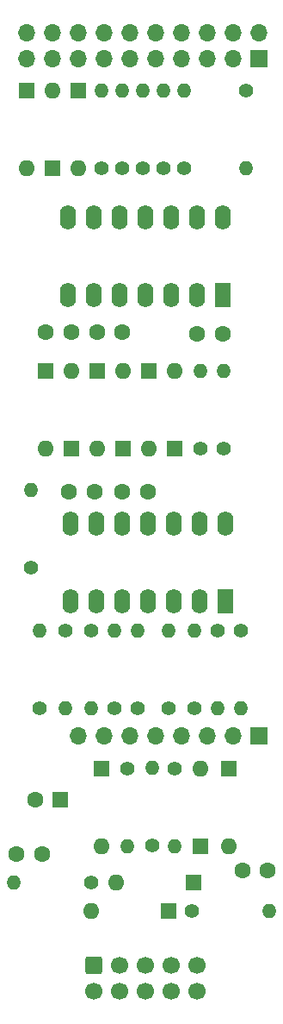
<source format=gbs>
%TF.GenerationSoftware,KiCad,Pcbnew,(6.0.1)*%
%TF.CreationDate,2023-01-24T16:48:43-05:00*%
%TF.ProjectId,ER-VCF-01-DB,45522d56-4346-42d3-9031-2d44422e6b69,2*%
%TF.SameCoordinates,Original*%
%TF.FileFunction,Soldermask,Bot*%
%TF.FilePolarity,Negative*%
%FSLAX46Y46*%
G04 Gerber Fmt 4.6, Leading zero omitted, Abs format (unit mm)*
G04 Created by KiCad (PCBNEW (6.0.1)) date 2023-01-24 16:48:43*
%MOMM*%
%LPD*%
G01*
G04 APERTURE LIST*
G04 Aperture macros list*
%AMRoundRect*
0 Rectangle with rounded corners*
0 $1 Rounding radius*
0 $2 $3 $4 $5 $6 $7 $8 $9 X,Y pos of 4 corners*
0 Add a 4 corners polygon primitive as box body*
4,1,4,$2,$3,$4,$5,$6,$7,$8,$9,$2,$3,0*
0 Add four circle primitives for the rounded corners*
1,1,$1+$1,$2,$3*
1,1,$1+$1,$4,$5*
1,1,$1+$1,$6,$7*
1,1,$1+$1,$8,$9*
0 Add four rect primitives between the rounded corners*
20,1,$1+$1,$2,$3,$4,$5,0*
20,1,$1+$1,$4,$5,$6,$7,0*
20,1,$1+$1,$6,$7,$8,$9,0*
20,1,$1+$1,$8,$9,$2,$3,0*%
G04 Aperture macros list end*
%ADD10C,1.400000*%
%ADD11O,1.400000X1.400000*%
%ADD12RoundRect,0.250000X-0.600000X0.600000X-0.600000X-0.600000X0.600000X-0.600000X0.600000X0.600000X0*%
%ADD13C,1.700000*%
%ADD14C,1.600000*%
%ADD15R,1.700000X1.700000*%
%ADD16O,1.700000X1.700000*%
%ADD17R,1.600000X1.600000*%
%ADD18O,1.600000X1.600000*%
%ADD19R,1.600000X2.400000*%
%ADD20O,1.600000X2.400000*%
G04 APERTURE END LIST*
D10*
%TO.C,R13*%
X57404000Y-93190000D03*
D11*
X57404000Y-100810000D03*
%TD*%
D12*
%TO.C,J1*%
X45212000Y-125984000D03*
D13*
X45212000Y-128524000D03*
X47752000Y-125984000D03*
X47752000Y-128524000D03*
X50292000Y-125984000D03*
X50292000Y-128524000D03*
X52832000Y-125984000D03*
X52832000Y-128524000D03*
X55372000Y-125984000D03*
X55372000Y-128524000D03*
%TD*%
D10*
%TO.C,R12*%
X59690000Y-93190000D03*
D11*
X59690000Y-100810000D03*
%TD*%
D14*
%TO.C,C11*%
X42993996Y-63880009D03*
X40493996Y-63880009D03*
%TD*%
D10*
%TO.C,R15*%
X52578000Y-100810000D03*
D11*
X52578000Y-93190000D03*
%TD*%
D15*
%TO.C,J2*%
X61500004Y-37000002D03*
D16*
X61500004Y-34460002D03*
X58960004Y-37000002D03*
X58960004Y-34460002D03*
X56420004Y-37000002D03*
X56420004Y-34460002D03*
X53880004Y-37000002D03*
X53880004Y-34460002D03*
X51340004Y-37000002D03*
X51340004Y-34460002D03*
X48800004Y-37000002D03*
X48800004Y-34460002D03*
X46260004Y-37000002D03*
X46260004Y-34460002D03*
X43720004Y-37000002D03*
X43720004Y-34460002D03*
X41180004Y-37000002D03*
X41180004Y-34460002D03*
X38640004Y-37000002D03*
X38640004Y-34460002D03*
%TD*%
D17*
%TO.C,D1*%
X43688000Y-40132000D03*
D18*
X43688000Y-47752000D03*
%TD*%
D14*
%TO.C,C6*%
X40112000Y-115062000D03*
X37612000Y-115062000D03*
%TD*%
D10*
%TO.C,R11*%
X39000000Y-87000000D03*
D11*
X39000000Y-79380000D03*
%TD*%
D14*
%TO.C,C5*%
X62337000Y-116713000D03*
X59837000Y-116713000D03*
%TD*%
D10*
%TO.C,R21*%
X53158000Y-106690000D03*
D11*
X53158000Y-114310000D03*
%TD*%
D10*
%TO.C,R1*%
X60198000Y-40132000D03*
D11*
X60198000Y-47752000D03*
%TD*%
D17*
%TO.C,D3*%
X38608000Y-40132000D03*
D18*
X38608000Y-47752000D03*
%TD*%
D17*
%TO.C,D14*%
X54991000Y-117856000D03*
D18*
X47371000Y-117856000D03*
%TD*%
D17*
%TO.C,D9*%
X40474000Y-67690000D03*
D18*
X40474000Y-75310000D03*
%TD*%
D17*
%TO.C,D7*%
X45554000Y-67690000D03*
D18*
X45554000Y-75310000D03*
%TD*%
D10*
%TO.C,R5*%
X52070000Y-47752000D03*
D11*
X52070000Y-40132000D03*
%TD*%
D10*
%TO.C,R2*%
X54102000Y-47752000D03*
D11*
X54102000Y-40132000D03*
%TD*%
D10*
%TO.C,R22*%
X51000000Y-114244000D03*
D11*
X51000000Y-106624000D03*
%TD*%
D14*
%TO.C,C12*%
X57892010Y-64008000D03*
X55392010Y-64008000D03*
%TD*%
D10*
%TO.C,R14*%
X55118000Y-100810000D03*
D11*
X55118000Y-93190000D03*
%TD*%
D17*
%TO.C,D10*%
X58500000Y-106690000D03*
D18*
X58500000Y-114310000D03*
%TD*%
D10*
%TO.C,R18*%
X44958000Y-93190000D03*
D11*
X44958000Y-100810000D03*
%TD*%
D17*
%TO.C,D8*%
X43014000Y-75310000D03*
D18*
X43014000Y-67690000D03*
%TD*%
D17*
%TO.C,D11*%
X55698000Y-114310000D03*
D18*
X55698000Y-106690000D03*
%TD*%
D10*
%TO.C,R6*%
X50038000Y-47752000D03*
D11*
X50038000Y-40132000D03*
%TD*%
D14*
%TO.C,C4*%
X50500001Y-79499993D03*
X48000001Y-79499993D03*
%TD*%
D10*
%TO.C,R7*%
X48006000Y-47752000D03*
D11*
X48006000Y-40132000D03*
%TD*%
D14*
%TO.C,C3*%
X48006000Y-63880009D03*
X45506000Y-63880009D03*
%TD*%
D17*
%TO.C,D13*%
X52578000Y-120650000D03*
D18*
X44958000Y-120650000D03*
%TD*%
D17*
%TO.C,C1*%
X41910000Y-109728000D03*
D14*
X39410000Y-109728000D03*
%TD*%
D10*
%TO.C,R19*%
X42418000Y-93190000D03*
D11*
X42418000Y-100810000D03*
%TD*%
D10*
%TO.C,R16*%
X49530000Y-100810000D03*
D11*
X49530000Y-93190000D03*
%TD*%
D17*
%TO.C,D5*%
X50634000Y-67690000D03*
D18*
X50634000Y-75310000D03*
%TD*%
D10*
%TO.C,R24*%
X54864000Y-120650000D03*
D11*
X62484000Y-120650000D03*
%TD*%
D10*
%TO.C,R9*%
X58000000Y-75310000D03*
D11*
X58000000Y-67690000D03*
%TD*%
D10*
%TO.C,R10*%
X55714000Y-75310000D03*
D11*
X55714000Y-67690000D03*
%TD*%
D17*
%TO.C,D6*%
X48094000Y-75310000D03*
D18*
X48094000Y-67690000D03*
%TD*%
D19*
%TO.C,U1*%
X57912000Y-60198000D03*
D20*
X55372000Y-60198000D03*
X52832000Y-60198000D03*
X50292000Y-60198000D03*
X47752000Y-60198000D03*
X45212000Y-60198000D03*
X42672000Y-60198000D03*
X42672000Y-52578000D03*
X45212000Y-52578000D03*
X47752000Y-52578000D03*
X50292000Y-52578000D03*
X52832000Y-52578000D03*
X55372000Y-52578000D03*
X57912000Y-52578000D03*
%TD*%
D10*
%TO.C,R20*%
X39878000Y-100810000D03*
D11*
X39878000Y-93190000D03*
%TD*%
D17*
%TO.C,D12*%
X46000000Y-106690000D03*
D18*
X46000000Y-114310000D03*
%TD*%
D10*
%TO.C,R8*%
X45974000Y-47752000D03*
D11*
X45974000Y-40132000D03*
%TD*%
D10*
%TO.C,R25*%
X44958000Y-117856000D03*
D11*
X37338000Y-117856000D03*
%TD*%
D14*
%TO.C,C2*%
X45249998Y-79499993D03*
X42749998Y-79499993D03*
%TD*%
D10*
%TO.C,R23*%
X48500000Y-106690000D03*
D11*
X48500000Y-114310000D03*
%TD*%
D17*
%TO.C,D4*%
X53174000Y-75310000D03*
D18*
X53174000Y-67690000D03*
%TD*%
D17*
%TO.C,D2*%
X41148000Y-47752000D03*
D18*
X41148000Y-40132000D03*
%TD*%
D15*
%TO.C,J3*%
X61500004Y-103499996D03*
D16*
X58960004Y-103499996D03*
X56420004Y-103499996D03*
X53880004Y-103499996D03*
X51340004Y-103499996D03*
X48800004Y-103499996D03*
X46260004Y-103499996D03*
X43720004Y-103499996D03*
%TD*%
D10*
%TO.C,R17*%
X47244000Y-100810000D03*
D11*
X47244000Y-93190000D03*
%TD*%
D19*
%TO.C,U2*%
X58166000Y-90299997D03*
D20*
X55626000Y-90299997D03*
X53086000Y-90299997D03*
X50546000Y-90299997D03*
X48006000Y-90299997D03*
X45466000Y-90299997D03*
X42926000Y-90299997D03*
X42926000Y-82679997D03*
X45466000Y-82679997D03*
X48006000Y-82679997D03*
X50546000Y-82679997D03*
X53086000Y-82679997D03*
X55626000Y-82679997D03*
X58166000Y-82679997D03*
%TD*%
M02*

</source>
